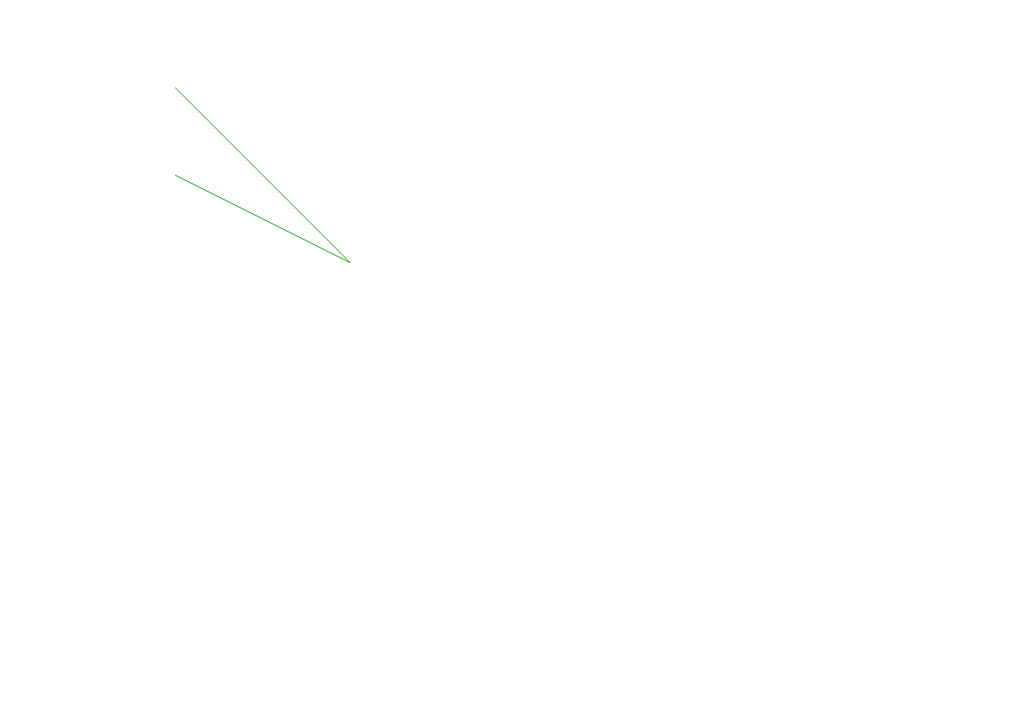
<source format=kicad_sch>
(kicad_sch (version 20211123) (generator eeschema) (uuid 12345678-1234-1234-1234-123456789abc) (paper "A4") (title_block (title "Test Wiring") (date "2025-01-18") (rev "1")) 

(symbol (lib_id "Device:R") (at 50.8 50.8 0) (unit 1) (uuid abcd1234-1234-1234-1234-123456789def) 

(property "Reference" "R_SCL" (id 0) (at 52.578 49.6316 0) (effects (font (size 1.27 1.27)) (justify left))) 

(property "Value" "10k" (id 1) (at 52.578 51.9366 0) (effects (font (size 1.27 1.27)) (justify left))) 

(property "Footprint" "" (id 2) (at 49.022 50.8 90) (effects (font (size 1.27 1.27)) hide)) 

(property "Datasheet" "~" (id 3) (at 50.8 50.8 0) (effects (font (size 1.27 1.27)) hide)) (pin "1" (uuid 1111aaaa-1111-1111-1111-111111111111)) (pin "2" (uuid 2222bbbb-2222-2222-2222-222222222222))) 

(symbol (lib_id "MCU_ST_STM32F4:STM32F407VGTx") (at 101.6 76.2 0) (unit 1) (uuid efgh5678-5678-5678-5678-567856785678) 

(property "Reference" "U1" (id 0) (at 104.521 74.6316 0) (effects (font (size 1.27 1.27)) (justify left))) 

(property "Value" "TAS5830" (id 1) (at 104.521 76.9366 0) (effects (font (size 1.27 1.27)) (justify left))) 

(property "Footprint" "" (id 2) (at 101.6 80.61 0) (effects (font (size 1.27 1.27)) hide)) 

(property "Datasheet" "~" (id 3) (at 101.6 76.2 0) (effects (font (size 1.27 1.27)) hide)) (pin "1" (uuid 3333cccc-3333-3333-3333-333333333333)) (pin "2" (uuid 4444dddd-4444-4444-4444-444444444444)) (pin "3" (uuid 5555eeee-5555-5555-5555-555555555555)) (pin "4" (uuid 6666ffff-6666-6666-6666-666666666666)) (pin "5" (uuid 7777gggg-7777-7777-7777-777777777777))) 

(symbol (lib_id "Device:R") (at 50.8 25.4 0) (unit 1) (uuid ijkl9012-9012-9012-9012-901290129012) 

(property "Reference" "R_PDN" (id 0) (at 52.578 24.0316 0) (effects (font (size 1.27 1.27)) (justify left))) 

(property "Value" "100k" (id 1) (at 52.578 26.3366 0) (effects (font (size 1.27 1.27)) (justify left))) 

(property "Footprint" "" (id 2) (at 49.022 25.4 90) (effects (font (size 1.27 1.27)) hide)) 

(property "Datasheet" "~" (id 3) (at 50.8 25.4 0) (effects (font (size 1.27 1.27)) hide)) (pin "1" (uuid 8888hhhh-8888-8888-8888-888888888888)) (pin "2" (uuid 9999iiii-9999-9999-9999-999999999999))) 

(wire (pts 

(xy 50.8 50.8) 

(xy 101.6 76.2)) (stroke (width 0) (type default)) (uuid dd2be8f6-76dd-4d94-a683-f67387cd1273)) 

(wire (pts 

(xy 50.8 50.8) 

(xy 101.6 76.2)) (stroke (width 0) (type default)) (uuid 4e1422e3-d95e-4aea-ad8f-e267d3302939)) 

(wire (pts 

(xy 50.8 25.4) 

(xy 101.6 76.2)) (stroke (width 0) (type default)) (uuid e6937172-4feb-46db-a837-39cb9c944641)))
</source>
